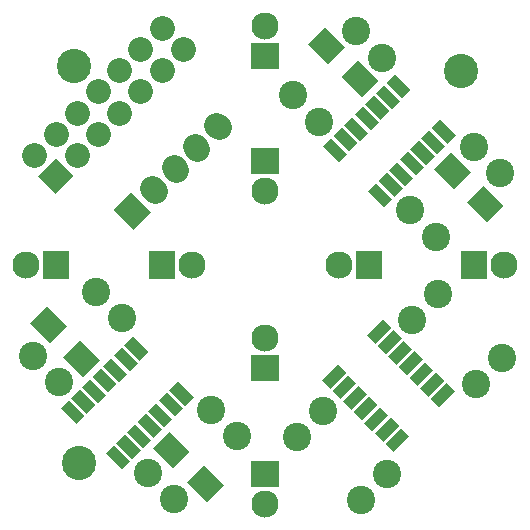
<source format=gbs>
G04 #@! TF.FileFunction,Soldermask,Bot*
%FSLAX46Y46*%
G04 Gerber Fmt 4.6, Leading zero omitted, Abs format (unit mm)*
G04 Created by KiCad (PCBNEW 4.0.5) date 01/04/17 16:28:54*
%MOMM*%
%LPD*%
G01*
G04 APERTURE LIST*
%ADD10C,0.100000*%
%ADD11C,2.398980*%
%ADD12C,2.900000*%
%ADD13C,2.127200*%
%ADD14R,2.400000X2.300000*%
%ADD15C,2.300000*%
%ADD16R,2.300000X2.400000*%
G04 APERTURE END LIST*
D10*
D11*
X201900000Y-117550000D03*
X196511846Y-122938154D03*
D12*
X197800000Y-96200000D03*
X230600000Y-96600000D03*
X198200000Y-129800000D03*
D10*
G36*
X223569849Y-97405635D02*
X222155635Y-98819849D01*
X220458579Y-97122793D01*
X221872793Y-95708579D01*
X223569849Y-97405635D01*
X223569849Y-97405635D01*
G37*
G36*
X220741421Y-94577207D02*
X219327207Y-95991421D01*
X217630151Y-94294365D01*
X219044365Y-92880151D01*
X220741421Y-94577207D01*
X220741421Y-94577207D01*
G37*
D11*
X221700000Y-93200000D03*
X216311846Y-98588154D03*
D10*
G36*
X200019849Y-121055635D02*
X198605635Y-122469849D01*
X196908579Y-120772793D01*
X198322793Y-119358579D01*
X200019849Y-121055635D01*
X200019849Y-121055635D01*
G37*
G36*
X197191421Y-118227207D02*
X195777207Y-119641421D01*
X194080151Y-117944365D01*
X195494365Y-116530151D01*
X197191421Y-118227207D01*
X197191421Y-118227207D01*
G37*
G36*
X201138079Y-108342237D02*
X202642237Y-106838079D01*
X204361921Y-108557763D01*
X202857763Y-110061921D01*
X201138079Y-108342237D01*
X201138079Y-108342237D01*
G37*
D13*
X204438288Y-106546186D02*
X204653814Y-106761712D01*
X206234339Y-104750135D02*
X206449865Y-104965661D01*
X208030391Y-102954083D02*
X208245917Y-103169609D01*
X209826442Y-101158032D02*
X210041968Y-101373558D01*
D10*
G36*
X207928570Y-124233309D02*
X207221463Y-124940416D01*
X205877960Y-123596913D01*
X206585067Y-122889806D01*
X207928570Y-124233309D01*
X207928570Y-124233309D01*
G37*
G36*
X207030545Y-125131335D02*
X206323438Y-125838442D01*
X204979935Y-124494939D01*
X205687042Y-123787832D01*
X207030545Y-125131335D01*
X207030545Y-125131335D01*
G37*
G36*
X206132519Y-126029361D02*
X205425412Y-126736468D01*
X204081909Y-125392965D01*
X204789016Y-124685858D01*
X206132519Y-126029361D01*
X206132519Y-126029361D01*
G37*
G36*
X205234493Y-126927386D02*
X204527386Y-127634493D01*
X203183883Y-126290990D01*
X203890990Y-125583883D01*
X205234493Y-126927386D01*
X205234493Y-126927386D01*
G37*
G36*
X204336468Y-127825412D02*
X203629361Y-128532519D01*
X202285858Y-127189016D01*
X202992965Y-126481909D01*
X204336468Y-127825412D01*
X204336468Y-127825412D01*
G37*
G36*
X203438442Y-128723438D02*
X202731335Y-129430545D01*
X201387832Y-128087042D01*
X202094939Y-127379935D01*
X203438442Y-128723438D01*
X203438442Y-128723438D01*
G37*
G36*
X202540416Y-129621463D02*
X201833309Y-130328570D01*
X200489806Y-128985067D01*
X201196913Y-128277960D01*
X202540416Y-129621463D01*
X202540416Y-129621463D01*
G37*
G36*
X198722040Y-125803087D02*
X198014933Y-126510194D01*
X196671430Y-125166691D01*
X197378537Y-124459584D01*
X198722040Y-125803087D01*
X198722040Y-125803087D01*
G37*
G36*
X199620065Y-124905061D02*
X198912958Y-125612168D01*
X197569455Y-124268665D01*
X198276562Y-123561558D01*
X199620065Y-124905061D01*
X199620065Y-124905061D01*
G37*
G36*
X200518091Y-124007035D02*
X199810984Y-124714142D01*
X198467481Y-123370639D01*
X199174588Y-122663532D01*
X200518091Y-124007035D01*
X200518091Y-124007035D01*
G37*
G36*
X201416117Y-123109010D02*
X200709010Y-123816117D01*
X199365507Y-122472614D01*
X200072614Y-121765507D01*
X201416117Y-123109010D01*
X201416117Y-123109010D01*
G37*
G36*
X202314142Y-122210984D02*
X201607035Y-122918091D01*
X200263532Y-121574588D01*
X200970639Y-120867481D01*
X202314142Y-122210984D01*
X202314142Y-122210984D01*
G37*
G36*
X203212168Y-121312958D02*
X202505061Y-122020065D01*
X201161558Y-120676562D01*
X201868665Y-119969455D01*
X203212168Y-121312958D01*
X203212168Y-121312958D01*
G37*
G36*
X204110194Y-120414933D02*
X203403087Y-121122040D01*
X202059584Y-119778537D01*
X202766691Y-119071430D01*
X204110194Y-120414933D01*
X204110194Y-120414933D01*
G37*
D11*
X233850000Y-105250000D03*
X228461846Y-110638154D03*
X194300000Y-120700000D03*
X199688154Y-115311846D03*
D10*
G36*
X197754158Y-105500000D02*
X196250000Y-107004158D01*
X194745842Y-105500000D01*
X196250000Y-103995842D01*
X197754158Y-105500000D01*
X197754158Y-105500000D01*
G37*
D13*
X194453949Y-103703949D02*
X194453949Y-103703949D01*
X198046051Y-103703949D02*
X198046051Y-103703949D01*
X196250000Y-101907898D02*
X196250000Y-101907898D01*
X199842102Y-101907898D02*
X199842102Y-101907898D01*
X198046051Y-100111846D02*
X198046051Y-100111846D01*
X201638154Y-100111846D02*
X201638154Y-100111846D01*
X199842102Y-98315795D02*
X199842102Y-98315795D01*
X203434205Y-98315795D02*
X203434205Y-98315795D01*
X201638154Y-96519744D02*
X201638154Y-96519744D01*
X205230256Y-96519744D02*
X205230256Y-96519744D01*
X203434205Y-94723693D02*
X203434205Y-94723693D01*
X207026307Y-94723693D02*
X207026307Y-94723693D01*
X205230256Y-92927641D02*
X205230256Y-92927641D01*
D11*
X231850000Y-123100000D03*
X226461846Y-117711846D03*
D10*
G36*
X223933309Y-117621430D02*
X224640416Y-118328537D01*
X223296913Y-119672040D01*
X222589806Y-118964933D01*
X223933309Y-117621430D01*
X223933309Y-117621430D01*
G37*
G36*
X224831335Y-118519455D02*
X225538442Y-119226562D01*
X224194939Y-120570065D01*
X223487832Y-119862958D01*
X224831335Y-118519455D01*
X224831335Y-118519455D01*
G37*
G36*
X225729361Y-119417481D02*
X226436468Y-120124588D01*
X225092965Y-121468091D01*
X224385858Y-120760984D01*
X225729361Y-119417481D01*
X225729361Y-119417481D01*
G37*
G36*
X226627386Y-120315507D02*
X227334493Y-121022614D01*
X225990990Y-122366117D01*
X225283883Y-121659010D01*
X226627386Y-120315507D01*
X226627386Y-120315507D01*
G37*
G36*
X227525412Y-121213532D02*
X228232519Y-121920639D01*
X226889016Y-123264142D01*
X226181909Y-122557035D01*
X227525412Y-121213532D01*
X227525412Y-121213532D01*
G37*
G36*
X228423438Y-122111558D02*
X229130545Y-122818665D01*
X227787042Y-124162168D01*
X227079935Y-123455061D01*
X228423438Y-122111558D01*
X228423438Y-122111558D01*
G37*
G36*
X229321463Y-123009584D02*
X230028570Y-123716691D01*
X228685067Y-125060194D01*
X227977960Y-124353087D01*
X229321463Y-123009584D01*
X229321463Y-123009584D01*
G37*
G36*
X225503087Y-126827960D02*
X226210194Y-127535067D01*
X224866691Y-128878570D01*
X224159584Y-128171463D01*
X225503087Y-126827960D01*
X225503087Y-126827960D01*
G37*
G36*
X224605061Y-125929935D02*
X225312168Y-126637042D01*
X223968665Y-127980545D01*
X223261558Y-127273438D01*
X224605061Y-125929935D01*
X224605061Y-125929935D01*
G37*
G36*
X223707035Y-125031909D02*
X224414142Y-125739016D01*
X223070639Y-127082519D01*
X222363532Y-126375412D01*
X223707035Y-125031909D01*
X223707035Y-125031909D01*
G37*
G36*
X222809010Y-124133883D02*
X223516117Y-124840990D01*
X222172614Y-126184493D01*
X221465507Y-125477386D01*
X222809010Y-124133883D01*
X222809010Y-124133883D01*
G37*
G36*
X221910984Y-123235858D02*
X222618091Y-123942965D01*
X221274588Y-125286468D01*
X220567481Y-124579361D01*
X221910984Y-123235858D01*
X221910984Y-123235858D01*
G37*
G36*
X221012958Y-122337832D02*
X221720065Y-123044939D01*
X220376562Y-124388442D01*
X219669455Y-123681335D01*
X221012958Y-122337832D01*
X221012958Y-122337832D01*
G37*
G36*
X220114933Y-121439806D02*
X220822040Y-122146913D01*
X219478537Y-123490416D01*
X218771430Y-122783309D01*
X220114933Y-121439806D01*
X220114933Y-121439806D01*
G37*
G36*
X204530151Y-128544365D02*
X205944365Y-127130151D01*
X207641421Y-128827207D01*
X206227207Y-130241421D01*
X204530151Y-128544365D01*
X204530151Y-128544365D01*
G37*
G36*
X207358579Y-131372793D02*
X208772793Y-129958579D01*
X210469849Y-131655635D01*
X209055635Y-133069849D01*
X207358579Y-131372793D01*
X207358579Y-131372793D01*
G37*
G36*
X228280151Y-104894365D02*
X229694365Y-103480151D01*
X231391421Y-105177207D01*
X229977207Y-106591421D01*
X228280151Y-104894365D01*
X228280151Y-104894365D01*
G37*
G36*
X231108579Y-107722793D02*
X232522793Y-106308579D01*
X234219849Y-108005635D01*
X232805635Y-109419849D01*
X231108579Y-107722793D01*
X231108579Y-107722793D01*
G37*
D14*
X214000000Y-104250000D03*
D15*
X214000000Y-106790000D03*
D16*
X205250000Y-113000000D03*
D15*
X207790000Y-113000000D03*
D16*
X222750000Y-113000000D03*
D15*
X220210000Y-113000000D03*
D14*
X214000000Y-121750000D03*
D15*
X214000000Y-119210000D03*
D14*
X214000000Y-95300000D03*
D15*
X214000000Y-92760000D03*
D16*
X231700000Y-113000000D03*
D15*
X234240000Y-113000000D03*
D16*
X196300000Y-113000000D03*
D15*
X193760000Y-113000000D03*
D14*
X214000000Y-130700000D03*
D15*
X214000000Y-133240000D03*
D11*
X223900000Y-95500000D03*
X218511846Y-100888154D03*
X226250000Y-108400000D03*
X231638154Y-103011846D03*
X204050000Y-130650000D03*
X209438154Y-125261846D03*
X206250000Y-132850000D03*
X211638154Y-127461846D03*
X234050000Y-120900000D03*
X228661846Y-115511846D03*
X224300000Y-130750000D03*
X218911846Y-125361846D03*
X222100000Y-132950000D03*
X216711846Y-127561846D03*
D10*
G36*
X218871430Y-102966691D02*
X219578537Y-102259584D01*
X220922040Y-103603087D01*
X220214933Y-104310194D01*
X218871430Y-102966691D01*
X218871430Y-102966691D01*
G37*
G36*
X219769455Y-102068665D02*
X220476562Y-101361558D01*
X221820065Y-102705061D01*
X221112958Y-103412168D01*
X219769455Y-102068665D01*
X219769455Y-102068665D01*
G37*
G36*
X220667481Y-101170639D02*
X221374588Y-100463532D01*
X222718091Y-101807035D01*
X222010984Y-102514142D01*
X220667481Y-101170639D01*
X220667481Y-101170639D01*
G37*
G36*
X221565507Y-100272614D02*
X222272614Y-99565507D01*
X223616117Y-100909010D01*
X222909010Y-101616117D01*
X221565507Y-100272614D01*
X221565507Y-100272614D01*
G37*
G36*
X222463532Y-99374588D02*
X223170639Y-98667481D01*
X224514142Y-100010984D01*
X223807035Y-100718091D01*
X222463532Y-99374588D01*
X222463532Y-99374588D01*
G37*
G36*
X223361558Y-98476562D02*
X224068665Y-97769455D01*
X225412168Y-99112958D01*
X224705061Y-99820065D01*
X223361558Y-98476562D01*
X223361558Y-98476562D01*
G37*
G36*
X224259584Y-97578537D02*
X224966691Y-96871430D01*
X226310194Y-98214933D01*
X225603087Y-98922040D01*
X224259584Y-97578537D01*
X224259584Y-97578537D01*
G37*
G36*
X228077960Y-101396913D02*
X228785067Y-100689806D01*
X230128570Y-102033309D01*
X229421463Y-102740416D01*
X228077960Y-101396913D01*
X228077960Y-101396913D01*
G37*
G36*
X227179935Y-102294939D02*
X227887042Y-101587832D01*
X229230545Y-102931335D01*
X228523438Y-103638442D01*
X227179935Y-102294939D01*
X227179935Y-102294939D01*
G37*
G36*
X226281909Y-103192965D02*
X226989016Y-102485858D01*
X228332519Y-103829361D01*
X227625412Y-104536468D01*
X226281909Y-103192965D01*
X226281909Y-103192965D01*
G37*
G36*
X225383883Y-104090990D02*
X226090990Y-103383883D01*
X227434493Y-104727386D01*
X226727386Y-105434493D01*
X225383883Y-104090990D01*
X225383883Y-104090990D01*
G37*
G36*
X224485858Y-104989016D02*
X225192965Y-104281909D01*
X226536468Y-105625412D01*
X225829361Y-106332519D01*
X224485858Y-104989016D01*
X224485858Y-104989016D01*
G37*
G36*
X223587832Y-105887042D02*
X224294939Y-105179935D01*
X225638442Y-106523438D01*
X224931335Y-107230545D01*
X223587832Y-105887042D01*
X223587832Y-105887042D01*
G37*
G36*
X222689806Y-106785067D02*
X223396913Y-106077960D01*
X224740416Y-107421463D01*
X224033309Y-108128570D01*
X222689806Y-106785067D01*
X222689806Y-106785067D01*
G37*
M02*

</source>
